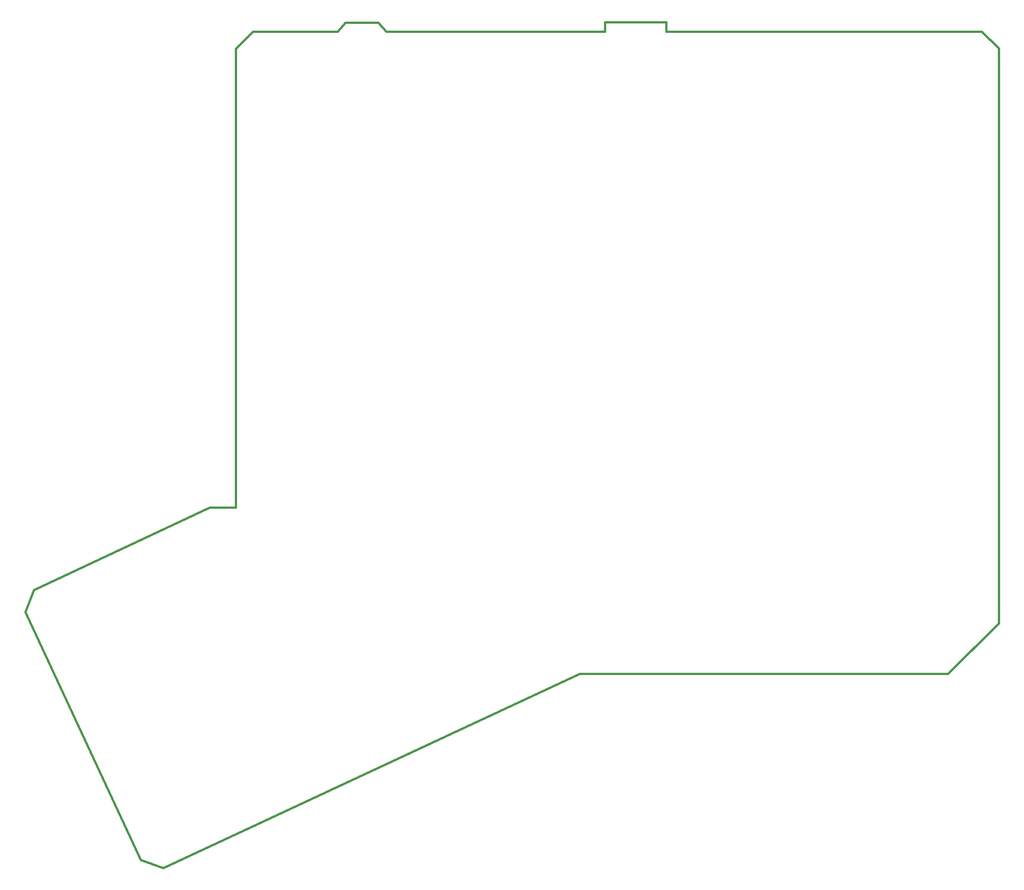
<source format=gm1>
G04 #@! TF.GenerationSoftware,KiCad,Pcbnew,(5.0.2)-1*
G04 #@! TF.CreationDate,2019-05-02T18:10:06+05:30*
G04 #@! TF.ProjectId,ErgodoxBle,4572676f-646f-4784-926c-652e6b696361,rev?*
G04 #@! TF.SameCoordinates,Original*
G04 #@! TF.FileFunction,Profile,NP*
%FSLAX46Y46*%
G04 Gerber Fmt 4.6, Leading zero omitted, Abs format (unit mm)*
G04 Created by KiCad (PCBNEW (5.0.2)-1) date 5/2/2019 6:10:06 PM*
%MOMM*%
%LPD*%
G01*
G04 APERTURE LIST*
%ADD10C,0.381000*%
G04 APERTURE END LIST*
D10*
X83185000Y-30530800D02*
X81737200Y-32258000D01*
X77901800Y-32258000D02*
X81711800Y-32258000D01*
X90830400Y-32258000D02*
X89357200Y-30530800D01*
X95046800Y-32258000D02*
X90830400Y-32258000D01*
X83210400Y-30530800D02*
X89331800Y-30530800D01*
X205917800Y-35407600D02*
X202742800Y-32258000D01*
X127152400Y-152908000D02*
X196392800Y-152908000D01*
X196392800Y-152908000D02*
X205917800Y-143383000D01*
X205917800Y-143383000D02*
X205917800Y-35433000D01*
X202742800Y-32258000D02*
X143408400Y-32258000D01*
X143408400Y-32258000D02*
X143408400Y-30480000D01*
X143408400Y-30480000D02*
X131902200Y-30480000D01*
X131902200Y-30480000D02*
X131902200Y-32258000D01*
X131902200Y-32258000D02*
X95046800Y-32258000D01*
X77876400Y-32258000D02*
X65811400Y-32258000D01*
X65811400Y-32258000D02*
X62611000Y-35433000D01*
X62611000Y-35433000D02*
X62611000Y-121666000D01*
X62611000Y-121666000D02*
X57708800Y-121666000D01*
X57708800Y-121666000D02*
X24617680Y-137096500D01*
X24617680Y-137096500D02*
X23080980Y-141315440D01*
X23080980Y-141315440D02*
X44764960Y-187817760D01*
X44764960Y-187817760D02*
X48983900Y-189351920D01*
X48983900Y-189351920D02*
X127152400Y-152908000D01*
M02*

</source>
